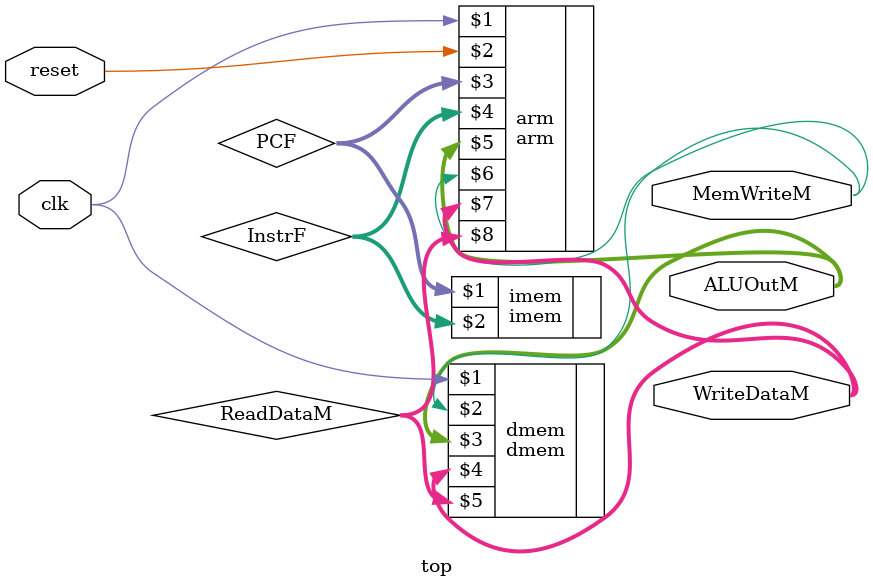
<source format=sv>

module top(input logic clk, reset,
output logic [31:0] WriteDataM, ALUOutM, 
output logic MemWriteM); 

logic [31:0] PCF, InstrF, ReadDataM;

// instantiate processor and memories
arm arm(clk, reset, PCF, InstrF, ALUOutM, MemWriteM,
WriteDataM, ReadDataM);

imem imem(PCF, InstrF);

dmem dmem(clk, MemWriteM, ALUOutM, WriteDataM, ReadDataM); // DataAdr = ALUOutM
endmodule

</source>
